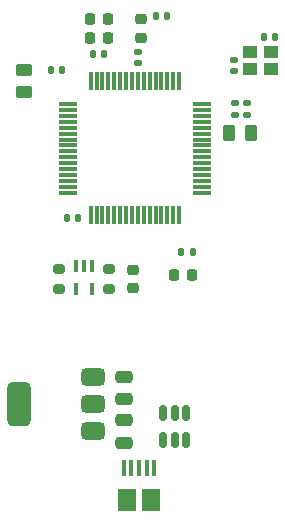
<source format=gtp>
G04 #@! TF.GenerationSoftware,KiCad,Pcbnew,9.0.0*
G04 #@! TF.CreationDate,2025-03-18T22:55:58-07:00*
G04 #@! TF.ProjectId,timingGatesSTM32V1,74696d69-6e67-4476-9174-657353544d33,rev?*
G04 #@! TF.SameCoordinates,Original*
G04 #@! TF.FileFunction,Paste,Top*
G04 #@! TF.FilePolarity,Positive*
%FSLAX46Y46*%
G04 Gerber Fmt 4.6, Leading zero omitted, Abs format (unit mm)*
G04 Created by KiCad (PCBNEW 9.0.0) date 2025-03-18 22:55:58*
%MOMM*%
%LPD*%
G01*
G04 APERTURE LIST*
G04 Aperture macros list*
%AMRoundRect*
0 Rectangle with rounded corners*
0 $1 Rounding radius*
0 $2 $3 $4 $5 $6 $7 $8 $9 X,Y pos of 4 corners*
0 Add a 4 corners polygon primitive as box body*
4,1,4,$2,$3,$4,$5,$6,$7,$8,$9,$2,$3,0*
0 Add four circle primitives for the rounded corners*
1,1,$1+$1,$2,$3*
1,1,$1+$1,$4,$5*
1,1,$1+$1,$6,$7*
1,1,$1+$1,$8,$9*
0 Add four rect primitives between the rounded corners*
20,1,$1+$1,$2,$3,$4,$5,0*
20,1,$1+$1,$4,$5,$6,$7,0*
20,1,$1+$1,$6,$7,$8,$9,0*
20,1,$1+$1,$8,$9,$2,$3,0*%
G04 Aperture macros list end*
%ADD10R,0.450000X1.000000*%
%ADD11RoundRect,0.218750X-0.218750X-0.256250X0.218750X-0.256250X0.218750X0.256250X-0.218750X0.256250X0*%
%ADD12RoundRect,0.140000X0.170000X-0.140000X0.170000X0.140000X-0.170000X0.140000X-0.170000X-0.140000X0*%
%ADD13RoundRect,0.140000X-0.140000X-0.170000X0.140000X-0.170000X0.140000X0.170000X-0.140000X0.170000X0*%
%ADD14RoundRect,0.140000X0.140000X0.170000X-0.140000X0.170000X-0.140000X-0.170000X0.140000X-0.170000X0*%
%ADD15RoundRect,0.375000X0.625000X0.375000X-0.625000X0.375000X-0.625000X-0.375000X0.625000X-0.375000X0*%
%ADD16RoundRect,0.500000X0.500000X1.400000X-0.500000X1.400000X-0.500000X-1.400000X0.500000X-1.400000X0*%
%ADD17RoundRect,0.200000X-0.275000X0.200000X-0.275000X-0.200000X0.275000X-0.200000X0.275000X0.200000X0*%
%ADD18RoundRect,0.250000X0.262500X0.450000X-0.262500X0.450000X-0.262500X-0.450000X0.262500X-0.450000X0*%
%ADD19RoundRect,0.225000X0.225000X0.250000X-0.225000X0.250000X-0.225000X-0.250000X0.225000X-0.250000X0*%
%ADD20RoundRect,0.075000X-0.075000X0.700000X-0.075000X-0.700000X0.075000X-0.700000X0.075000X0.700000X0*%
%ADD21RoundRect,0.075000X-0.700000X0.075000X-0.700000X-0.075000X0.700000X-0.075000X0.700000X0.075000X0*%
%ADD22RoundRect,0.225000X-0.250000X0.225000X-0.250000X-0.225000X0.250000X-0.225000X0.250000X0.225000X0*%
%ADD23RoundRect,0.250000X0.475000X-0.250000X0.475000X0.250000X-0.475000X0.250000X-0.475000X-0.250000X0*%
%ADD24RoundRect,0.250000X-0.450000X0.262500X-0.450000X-0.262500X0.450000X-0.262500X0.450000X0.262500X0*%
%ADD25RoundRect,0.250000X-0.475000X0.250000X-0.475000X-0.250000X0.475000X-0.250000X0.475000X0.250000X0*%
%ADD26RoundRect,0.225000X0.250000X-0.225000X0.250000X0.225000X-0.250000X0.225000X-0.250000X-0.225000X0*%
%ADD27RoundRect,0.140000X-0.170000X0.140000X-0.170000X-0.140000X0.170000X-0.140000X0.170000X0.140000X0*%
%ADD28R,1.150000X1.000000*%
%ADD29R,0.400000X1.350000*%
%ADD30R,1.500000X1.900000*%
%ADD31RoundRect,0.150000X0.150000X-0.512500X0.150000X0.512500X-0.150000X0.512500X-0.150000X-0.512500X0*%
G04 APERTURE END LIST*
D10*
X70980000Y-107870000D03*
X70330000Y-107870000D03*
X69680000Y-107870000D03*
X69680000Y-109870000D03*
X70980000Y-109870000D03*
D11*
X70802500Y-87020000D03*
X72377500Y-87020000D03*
D12*
X83100000Y-95080000D03*
X83100000Y-94120000D03*
D13*
X78590000Y-106750000D03*
X79550000Y-106750000D03*
D14*
X86530000Y-88500000D03*
X85570000Y-88500000D03*
D15*
X71100000Y-121900000D03*
X71100000Y-119600000D03*
D16*
X64800000Y-119600000D03*
D15*
X71100000Y-117300000D03*
D17*
X68240000Y-108175000D03*
X68240000Y-109825000D03*
D18*
X84472500Y-96600000D03*
X82647500Y-96600000D03*
D19*
X72365000Y-88620000D03*
X70815000Y-88620000D03*
D12*
X83050000Y-91420000D03*
X83050000Y-90460000D03*
X84100000Y-95080000D03*
X84100000Y-94120000D03*
D14*
X72070000Y-89930000D03*
X71110000Y-89930000D03*
X68460000Y-91310000D03*
X67500000Y-91310000D03*
D13*
X76400000Y-86770000D03*
X77360000Y-86770000D03*
D19*
X79475000Y-108700000D03*
X77925000Y-108700000D03*
D20*
X78395000Y-92270000D03*
X77895000Y-92270000D03*
X77395000Y-92270000D03*
X76895000Y-92270000D03*
X76395000Y-92270000D03*
X75895000Y-92270000D03*
X75395000Y-92270000D03*
X74895000Y-92270000D03*
X74395000Y-92270000D03*
X73895000Y-92270000D03*
X73395000Y-92270000D03*
X72895000Y-92270000D03*
X72395000Y-92270000D03*
X71895000Y-92270000D03*
X71395000Y-92270000D03*
X70895000Y-92270000D03*
D21*
X68970000Y-94195000D03*
X68970000Y-94695000D03*
X68970000Y-95195000D03*
X68970000Y-95695000D03*
X68970000Y-96195000D03*
X68970000Y-96695000D03*
X68970000Y-97195000D03*
X68970000Y-97695000D03*
X68970000Y-98195000D03*
X68970000Y-98695000D03*
X68970000Y-99195000D03*
X68970000Y-99695000D03*
X68970000Y-100195000D03*
X68970000Y-100695000D03*
X68970000Y-101195000D03*
X68970000Y-101695000D03*
D20*
X70895000Y-103620000D03*
X71395000Y-103620000D03*
X71895000Y-103620000D03*
X72395000Y-103620000D03*
X72895000Y-103620000D03*
X73395000Y-103620000D03*
X73895000Y-103620000D03*
X74395000Y-103620000D03*
X74895000Y-103620000D03*
X75395000Y-103620000D03*
X75895000Y-103620000D03*
X76395000Y-103620000D03*
X76895000Y-103620000D03*
X77395000Y-103620000D03*
X77895000Y-103620000D03*
X78395000Y-103620000D03*
D21*
X80320000Y-101695000D03*
X80320000Y-101195000D03*
X80320000Y-100695000D03*
X80320000Y-100195000D03*
X80320000Y-99695000D03*
X80320000Y-99195000D03*
X80320000Y-98695000D03*
X80320000Y-98195000D03*
X80320000Y-97695000D03*
X80320000Y-97195000D03*
X80320000Y-96695000D03*
X80320000Y-96195000D03*
X80320000Y-95695000D03*
X80320000Y-95195000D03*
X80320000Y-94695000D03*
X80320000Y-94195000D03*
D22*
X74500000Y-108225000D03*
X74500000Y-109775000D03*
D23*
X73700000Y-122850000D03*
X73700000Y-120950000D03*
D24*
X65240000Y-91337500D03*
X65240000Y-93162500D03*
D25*
X73700000Y-117300000D03*
X73700000Y-119200000D03*
D26*
X75135000Y-88565000D03*
X75135000Y-87015000D03*
D27*
X74870000Y-89780000D03*
X74870000Y-90740000D03*
D28*
X84385000Y-91220000D03*
X86135000Y-91220000D03*
X86135000Y-89820000D03*
X84385000Y-89820000D03*
D17*
X72420000Y-108175000D03*
X72420000Y-109825000D03*
D14*
X69850000Y-103810000D03*
X68890000Y-103810000D03*
D29*
X73700000Y-125037500D03*
X74350000Y-125037500D03*
X75000000Y-125037500D03*
X75650000Y-125037500D03*
X76300000Y-125037500D03*
D30*
X74000000Y-127737500D03*
X76000000Y-127737500D03*
D31*
X77050000Y-122637500D03*
X78000000Y-122637500D03*
X78950000Y-122637500D03*
X78950000Y-120362500D03*
X78000000Y-120362500D03*
X77050000Y-120362500D03*
M02*

</source>
